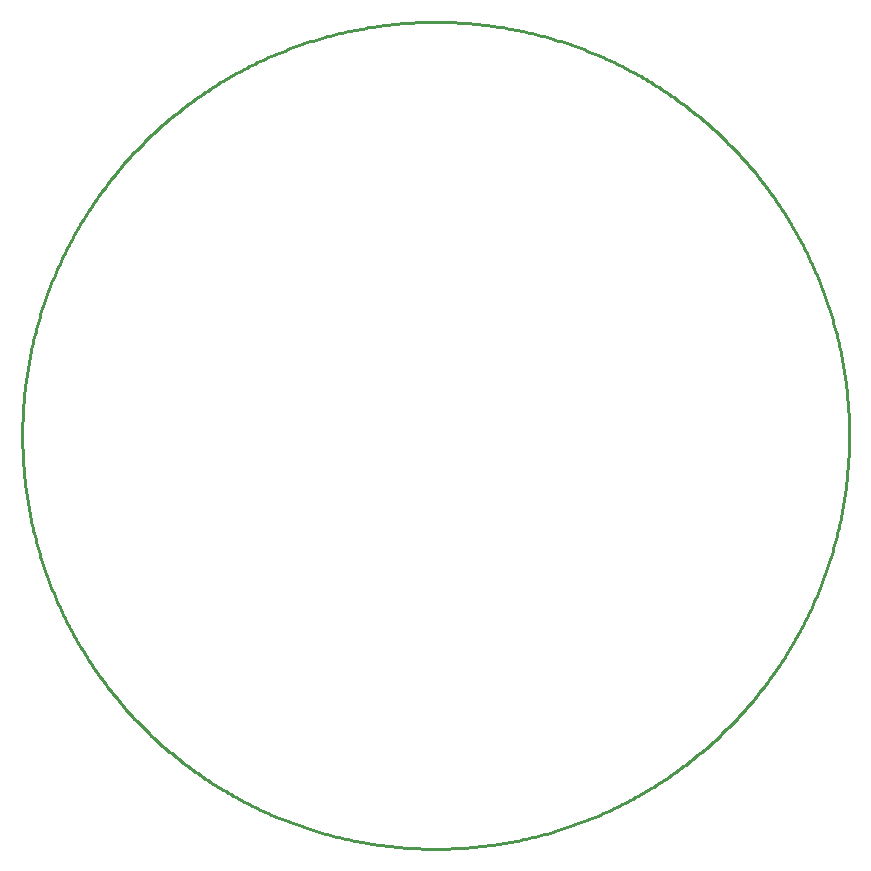
<source format=gm1>
G04*
G04 #@! TF.GenerationSoftware,Altium Limited,Altium Designer,21.6.4 (81)*
G04*
G04 Layer_Color=12040119*
%FSLAX24Y24*%
%MOIN*%
G70*
G04*
G04 #@! TF.SameCoordinates,91C8DFC6-6E0A-4D14-B263-8AF1C318984C*
G04*
G04*
G04 #@! TF.FilePolarity,Positive*
G04*
G01*
G75*
%ADD27C,0.0100*%
G54D27*
X13780Y0D02*
X13779Y100D01*
X13778Y200D01*
X13776Y300D01*
X13774Y400D01*
X13770Y500D01*
X13766Y600D01*
X13762Y700D01*
X13756Y799D01*
X13750Y899D01*
X13743Y999D01*
X13736Y1099D01*
X13727Y1198D01*
X13718Y1298D01*
X13709Y1397D01*
X13698Y1497D01*
X13687Y1596D01*
X13675Y1695D01*
X13662Y1794D01*
X13649Y1894D01*
X13635Y1993D01*
X13620Y2091D01*
X13604Y2190D01*
X13588Y2289D01*
X13571Y2387D01*
X13553Y2486D01*
X13535Y2584D01*
X13516Y2682D01*
X13496Y2780D01*
X13476Y2878D01*
X13454Y2976D01*
X13432Y3073D01*
X13410Y3171D01*
X13386Y3268D01*
X13362Y3365D01*
X13338Y3462D01*
X13312Y3558D01*
X13286Y3655D01*
X13259Y3751D01*
X13232Y3847D01*
X13203Y3943D01*
X13174Y4039D01*
X13145Y4134D01*
X13114Y4230D01*
X13083Y4325D01*
X13052Y4419D01*
X13019Y4514D01*
X12986Y4608D01*
X12952Y4702D01*
X12918Y4796D01*
X12883Y4890D01*
X12847Y4983D01*
X12810Y5076D01*
X12773Y5169D01*
X12735Y5262D01*
X12697Y5354D01*
X12658Y5446D01*
X12618Y5538D01*
X12577Y5629D01*
X12536Y5720D01*
X12494Y5811D01*
X12452Y5901D01*
X12409Y5992D01*
X12365Y6081D01*
X12320Y6171D01*
X12275Y6260D01*
X12230Y6349D01*
X12183Y6438D01*
X12136Y6526D01*
X12089Y6614D01*
X12040Y6701D01*
X11991Y6789D01*
X11942Y6875D01*
X11892Y6962D01*
X11841Y7048D01*
X11789Y7134D01*
X11737Y7219D01*
X11685Y7304D01*
X11631Y7389D01*
X11577Y7473D01*
X11523Y7556D01*
X11468Y7640D01*
X11412Y7723D01*
X11356Y7806D01*
X11299Y7888D01*
X11241Y7969D01*
X11183Y8051D01*
X11124Y8132D01*
X11065Y8212D01*
X11005Y8292D01*
X10945Y8372D01*
X10884Y8451D01*
X10822Y8530D01*
X10760Y8608D01*
X10697Y8686D01*
X10634Y8763D01*
X10570Y8840D01*
X10506Y8917D01*
X10441Y8993D01*
X10375Y9068D01*
X10309Y9143D01*
X10242Y9218D01*
X10175Y9292D01*
X10108Y9365D01*
X10039Y9439D01*
X9971Y9511D01*
X9901Y9583D01*
X9832Y9655D01*
X9761Y9726D01*
X9690Y9796D01*
X9619Y9867D01*
X9547Y9936D01*
X9475Y10005D01*
X9402Y10074D01*
X9329Y10141D01*
X9255Y10209D01*
X9181Y10276D01*
X9106Y10342D01*
X9031Y10408D01*
X8955Y10473D01*
X8879Y10538D01*
X8802Y10602D01*
X8725Y10666D01*
X8647Y10729D01*
X8569Y10791D01*
X8491Y10853D01*
X8412Y10914D01*
X8332Y10975D01*
X8252Y11035D01*
X8172Y11095D01*
X8091Y11154D01*
X8010Y11212D01*
X7929Y11270D01*
X7847Y11327D01*
X7764Y11384D01*
X7681Y11440D01*
X7598Y11495D01*
X7515Y11550D01*
X7431Y11604D01*
X7346Y11658D01*
X7261Y11711D01*
X7176Y11763D01*
X7091Y11815D01*
X7005Y11866D01*
X6919Y11917D01*
X6832Y11967D01*
X6745Y12016D01*
X6658Y12064D01*
X6570Y12112D01*
X6482Y12160D01*
X6393Y12207D01*
X6305Y12253D01*
X6216Y12298D01*
X6126Y12343D01*
X6037Y12387D01*
X5947Y12430D01*
X5856Y12473D01*
X5766Y12515D01*
X5675Y12557D01*
X5583Y12598D01*
X5492Y12638D01*
X5400Y12677D01*
X5308Y12716D01*
X5215Y12754D01*
X5123Y12792D01*
X5030Y12829D01*
X4937Y12865D01*
X4843Y12900D01*
X4749Y12935D01*
X4655Y12969D01*
X4561Y13003D01*
X4467Y13035D01*
X4372Y13068D01*
X4277Y13099D01*
X4182Y13130D01*
X4087Y13160D01*
X3991Y13189D01*
X3895Y13218D01*
X3799Y13245D01*
X3703Y13273D01*
X3607Y13299D01*
X3510Y13325D01*
X3413Y13350D01*
X3316Y13375D01*
X3219Y13398D01*
X3122Y13421D01*
X3024Y13444D01*
X2927Y13465D01*
X2829Y13486D01*
X2731Y13506D01*
X2633Y13526D01*
X2535Y13544D01*
X2437Y13562D01*
X2338Y13580D01*
X2240Y13596D01*
X2141Y13612D01*
X2042Y13627D01*
X1943Y13642D01*
X1844Y13656D01*
X1745Y13669D01*
X1646Y13681D01*
X1546Y13692D01*
X1447Y13703D01*
X1348Y13713D01*
X1248Y13723D01*
X1148Y13732D01*
X1049Y13740D01*
X949Y13747D01*
X849Y13753D01*
X750Y13759D01*
X650Y13764D01*
X550Y13769D01*
X450Y13772D01*
X350Y13775D01*
X250Y13777D01*
X150Y13779D01*
X50Y13779D01*
X-50Y13779D01*
X-150Y13779D01*
X-250Y13777D01*
X-350Y13775D01*
X-450Y13772D01*
X-550Y13769D01*
X-650Y13764D01*
X-749Y13759D01*
X-849Y13753D01*
X-949Y13747D01*
X-1049Y13740D01*
X-1148Y13732D01*
X-1248Y13723D01*
X-1347Y13713D01*
X-1447Y13703D01*
X-1546Y13692D01*
X-1646Y13681D01*
X-1745Y13669D01*
X-1844Y13656D01*
X-1943Y13642D01*
X-2042Y13627D01*
X-2141Y13612D01*
X-2239Y13596D01*
X-2338Y13580D01*
X-2436Y13562D01*
X-2535Y13544D01*
X-2633Y13526D01*
X-2731Y13506D01*
X-2829Y13486D01*
X-2927Y13465D01*
X-3024Y13444D01*
X-3122Y13421D01*
X-3219Y13398D01*
X-3316Y13375D01*
X-3413Y13350D01*
X-3510Y13325D01*
X-3607Y13299D01*
X-3703Y13273D01*
X-3799Y13245D01*
X-3895Y13218D01*
X-3991Y13189D01*
X-4087Y13160D01*
X-4182Y13130D01*
X-4277Y13099D01*
X-4372Y13068D01*
X-4467Y13036D01*
X-4561Y13003D01*
X-4655Y12969D01*
X-4749Y12935D01*
X-4843Y12900D01*
X-4937Y12865D01*
X-5030Y12829D01*
X-5123Y12792D01*
X-5215Y12754D01*
X-5308Y12716D01*
X-5400Y12677D01*
X-5492Y12638D01*
X-5583Y12598D01*
X-5675Y12557D01*
X-5765Y12515D01*
X-5856Y12473D01*
X-5946Y12430D01*
X-6036Y12387D01*
X-6126Y12343D01*
X-6216Y12298D01*
X-6305Y12253D01*
X-6393Y12207D01*
X-6482Y12160D01*
X-6570Y12112D01*
X-6658Y12065D01*
X-6745Y12016D01*
X-6832Y11967D01*
X-6919Y11917D01*
X-7005Y11866D01*
X-7091Y11815D01*
X-7176Y11763D01*
X-7261Y11711D01*
X-7346Y11658D01*
X-7431Y11604D01*
X-7515Y11550D01*
X-7598Y11495D01*
X-7681Y11440D01*
X-7764Y11384D01*
X-7847Y11327D01*
X-7929Y11270D01*
X-8010Y11212D01*
X-8091Y11154D01*
X-8172Y11095D01*
X-8252Y11035D01*
X-8332Y10975D01*
X-8411Y10914D01*
X-8490Y10853D01*
X-8569Y10791D01*
X-8647Y10729D01*
X-8725Y10666D01*
X-8802Y10602D01*
X-8879Y10538D01*
X-8955Y10473D01*
X-9030Y10408D01*
X-9106Y10342D01*
X-9181Y10276D01*
X-9255Y10209D01*
X-9329Y10142D01*
X-9402Y10074D01*
X-9475Y10005D01*
X-9547Y9936D01*
X-9619Y9867D01*
X-9690Y9797D01*
X-9761Y9726D01*
X-9832Y9655D01*
X-9901Y9583D01*
X-9971Y9511D01*
X-10039Y9439D01*
X-10108Y9366D01*
X-10175Y9292D01*
X-10242Y9218D01*
X-10309Y9143D01*
X-10375Y9068D01*
X-10441Y8993D01*
X-10506Y8917D01*
X-10570Y8840D01*
X-10634Y8763D01*
X-10697Y8686D01*
X-10760Y8608D01*
X-10822Y8530D01*
X-10884Y8451D01*
X-10945Y8372D01*
X-11005Y8292D01*
X-11065Y8212D01*
X-11124Y8132D01*
X-11183Y8051D01*
X-11241Y7969D01*
X-11299Y7888D01*
X-11356Y7806D01*
X-11412Y7723D01*
X-11468Y7640D01*
X-11523Y7557D01*
X-11577Y7473D01*
X-11631Y7389D01*
X-11685Y7304D01*
X-11737Y7219D01*
X-11789Y7134D01*
X-11841Y7048D01*
X-11892Y6962D01*
X-11942Y6875D01*
X-11991Y6789D01*
X-12040Y6701D01*
X-12089Y6614D01*
X-12136Y6526D01*
X-12183Y6438D01*
X-12230Y6349D01*
X-12275Y6260D01*
X-12320Y6171D01*
X-12365Y6081D01*
X-12409Y5992D01*
X-12452Y5901D01*
X-12494Y5811D01*
X-12536Y5720D01*
X-12577Y5629D01*
X-12618Y5538D01*
X-12658Y5446D01*
X-12697Y5354D01*
X-12735Y5262D01*
X-12773Y5169D01*
X-12810Y5076D01*
X-12847Y4983D01*
X-12883Y4890D01*
X-12918Y4796D01*
X-12952Y4702D01*
X-12986Y4608D01*
X-13019Y4514D01*
X-13052Y4419D01*
X-13083Y4325D01*
X-13114Y4230D01*
X-13145Y4134D01*
X-13174Y4039D01*
X-13203Y3943D01*
X-13232Y3847D01*
X-13259Y3751D01*
X-13286Y3655D01*
X-13312Y3558D01*
X-13338Y3462D01*
X-13362Y3365D01*
X-13386Y3268D01*
X-13410Y3171D01*
X-13432Y3073D01*
X-13454Y2976D01*
X-13476Y2878D01*
X-13496Y2780D01*
X-13516Y2682D01*
X-13535Y2584D01*
X-13553Y2486D01*
X-13571Y2387D01*
X-13588Y2289D01*
X-13604Y2190D01*
X-13620Y2091D01*
X-13635Y1992D01*
X-13649Y1893D01*
X-13662Y1794D01*
X-13675Y1695D01*
X-13687Y1596D01*
X-13698Y1497D01*
X-13709Y1397D01*
X-13718Y1298D01*
X-13727Y1198D01*
X-13736Y1098D01*
X-13743Y999D01*
X-13750Y899D01*
X-13756Y799D01*
X-13762Y699D01*
X-13766Y600D01*
X-13770Y500D01*
X-13774Y400D01*
X-13776Y300D01*
X-13778Y200D01*
X-13779Y100D01*
X-13780Y-0D01*
X-13779Y-100D01*
X-13778Y-200D01*
X-13776Y-300D01*
X-13774Y-400D01*
X-13770Y-500D01*
X-13766Y-600D01*
X-13762Y-700D01*
X-13756Y-799D01*
X-13750Y-899D01*
X-13743Y-999D01*
X-13736Y-1099D01*
X-13727Y-1198D01*
X-13718Y-1298D01*
X-13708Y-1397D01*
X-13698Y-1497D01*
X-13687Y-1596D01*
X-13675Y-1695D01*
X-13662Y-1795D01*
X-13649Y-1894D01*
X-13635Y-1993D01*
X-13620Y-2092D01*
X-13604Y-2190D01*
X-13588Y-2289D01*
X-13571Y-2387D01*
X-13553Y-2486D01*
X-13535Y-2584D01*
X-13516Y-2682D01*
X-13496Y-2780D01*
X-13476Y-2878D01*
X-13454Y-2976D01*
X-13432Y-3073D01*
X-13410Y-3171D01*
X-13386Y-3268D01*
X-13362Y-3365D01*
X-13338Y-3462D01*
X-13312Y-3559D01*
X-13286Y-3655D01*
X-13259Y-3751D01*
X-13232Y-3847D01*
X-13203Y-3943D01*
X-13174Y-4039D01*
X-13145Y-4134D01*
X-13114Y-4230D01*
X-13083Y-4325D01*
X-13052Y-4420D01*
X-13019Y-4514D01*
X-12986Y-4609D01*
X-12952Y-4703D01*
X-12918Y-4796D01*
X-12883Y-4890D01*
X-12847Y-4983D01*
X-12810Y-5076D01*
X-12773Y-5169D01*
X-12735Y-5262D01*
X-12697Y-5354D01*
X-12658Y-5446D01*
X-12618Y-5538D01*
X-12577Y-5629D01*
X-12536Y-5720D01*
X-12494Y-5811D01*
X-12452Y-5902D01*
X-12409Y-5992D01*
X-12365Y-6082D01*
X-12320Y-6171D01*
X-12275Y-6260D01*
X-12230Y-6349D01*
X-12183Y-6438D01*
X-12136Y-6526D01*
X-12088Y-6614D01*
X-12040Y-6701D01*
X-11991Y-6789D01*
X-11942Y-6876D01*
X-11891Y-6962D01*
X-11841Y-7048D01*
X-11789Y-7134D01*
X-11737Y-7219D01*
X-11684Y-7304D01*
X-11631Y-7389D01*
X-11577Y-7473D01*
X-11523Y-7557D01*
X-11468Y-7640D01*
X-11412Y-7723D01*
X-11355Y-7806D01*
X-11299Y-7888D01*
X-11241Y-7970D01*
X-11183Y-8051D01*
X-11124Y-8132D01*
X-11065Y-8212D01*
X-11005Y-8292D01*
X-10945Y-8372D01*
X-10884Y-8451D01*
X-10822Y-8530D01*
X-10760Y-8608D01*
X-10697Y-8686D01*
X-10634Y-8764D01*
X-10570Y-8840D01*
X-10505Y-8917D01*
X-10440Y-8993D01*
X-10375Y-9068D01*
X-10309Y-9143D01*
X-10242Y-9218D01*
X-10175Y-9292D01*
X-10107Y-9366D01*
X-10039Y-9439D01*
X-9970Y-9511D01*
X-9901Y-9583D01*
X-9831Y-9655D01*
X-9761Y-9726D01*
X-9690Y-9797D01*
X-9619Y-9867D01*
X-9547Y-9936D01*
X-9475Y-10005D01*
X-9402Y-10074D01*
X-9329Y-10142D01*
X-9255Y-10209D01*
X-9180Y-10276D01*
X-9106Y-10342D01*
X-9030Y-10408D01*
X-8955Y-10473D01*
X-8878Y-10538D01*
X-8802Y-10602D01*
X-8725Y-10666D01*
X-8647Y-10729D01*
X-8569Y-10791D01*
X-8490Y-10853D01*
X-8411Y-10914D01*
X-8332Y-10975D01*
X-8252Y-11035D01*
X-8172Y-11095D01*
X-8091Y-11154D01*
X-8010Y-11212D01*
X-7928Y-11270D01*
X-7846Y-11327D01*
X-7764Y-11384D01*
X-7681Y-11440D01*
X-7598Y-11495D01*
X-7514Y-11550D01*
X-7430Y-11605D01*
X-7346Y-11658D01*
X-7261Y-11711D01*
X-7176Y-11763D01*
X-7091Y-11815D01*
X-7005Y-11866D01*
X-6918Y-11917D01*
X-6832Y-11967D01*
X-6745Y-12016D01*
X-6657Y-12065D01*
X-6570Y-12113D01*
X-6482Y-12160D01*
X-6393Y-12207D01*
X-6304Y-12253D01*
X-6215Y-12298D01*
X-6126Y-12343D01*
X-6036Y-12387D01*
X-5946Y-12431D01*
X-5856Y-12473D01*
X-5765Y-12515D01*
X-5674Y-12557D01*
X-5583Y-12598D01*
X-5491Y-12638D01*
X-5400Y-12678D01*
X-5308Y-12716D01*
X-5215Y-12755D01*
X-5122Y-12792D01*
X-5029Y-12829D01*
X-4936Y-12865D01*
X-4843Y-12901D01*
X-4749Y-12935D01*
X-4655Y-12969D01*
X-4561Y-13003D01*
X-4466Y-13036D01*
X-4372Y-13068D01*
X-4277Y-13099D01*
X-4182Y-13130D01*
X-4086Y-13160D01*
X-3991Y-13189D01*
X-3895Y-13218D01*
X-3799Y-13246D01*
X-3703Y-13273D01*
X-3606Y-13299D01*
X-3510Y-13325D01*
X-3413Y-13350D01*
X-3316Y-13375D01*
X-3219Y-13398D01*
X-3122Y-13421D01*
X-3024Y-13444D01*
X-2926Y-13465D01*
X-2829Y-13486D01*
X-2731Y-13506D01*
X-2633Y-13526D01*
X-2535Y-13544D01*
X-2436Y-13562D01*
X-2338Y-13580D01*
X-2239Y-13596D01*
X-2140Y-13612D01*
X-2042Y-13627D01*
X-1943Y-13642D01*
X-1844Y-13656D01*
X-1744Y-13669D01*
X-1645Y-13681D01*
X-1546Y-13693D01*
X-1447Y-13703D01*
X-1347Y-13714D01*
X-1248Y-13723D01*
X-1148Y-13732D01*
X-1048Y-13740D01*
X-949Y-13747D01*
X-849Y-13753D01*
X-749Y-13759D01*
X-649Y-13764D01*
X-549Y-13769D01*
X-449Y-13772D01*
X-349Y-13775D01*
X-250Y-13777D01*
X-150Y-13779D01*
X-50Y-13779D01*
X50Y-13779D01*
X150Y-13779D01*
X250Y-13777D01*
X350Y-13775D01*
X450Y-13772D01*
X550Y-13769D01*
X650Y-13764D01*
X750Y-13759D01*
X850Y-13753D01*
X949Y-13747D01*
X1049Y-13740D01*
X1149Y-13732D01*
X1248Y-13723D01*
X1348Y-13713D01*
X1447Y-13703D01*
X1547Y-13692D01*
X1646Y-13681D01*
X1745Y-13669D01*
X1844Y-13656D01*
X1943Y-13642D01*
X2042Y-13627D01*
X2141Y-13612D01*
X2240Y-13596D01*
X2339Y-13580D01*
X2437Y-13562D01*
X2535Y-13544D01*
X2634Y-13526D01*
X2732Y-13506D01*
X2830Y-13486D01*
X2927Y-13465D01*
X3025Y-13443D01*
X3122Y-13421D01*
X3220Y-13398D01*
X3317Y-13374D01*
X3414Y-13350D01*
X3510Y-13325D01*
X3607Y-13299D01*
X3703Y-13273D01*
X3800Y-13245D01*
X3896Y-13217D01*
X3991Y-13189D01*
X4087Y-13159D01*
X4182Y-13129D01*
X4278Y-13099D01*
X4372Y-13067D01*
X4467Y-13035D01*
X4562Y-13003D01*
X4656Y-12969D01*
X4750Y-12935D01*
X4844Y-12900D01*
X4937Y-12865D01*
X5030Y-12829D01*
X5123Y-12792D01*
X5216Y-12754D01*
X5308Y-12716D01*
X5400Y-12677D01*
X5492Y-12638D01*
X5584Y-12598D01*
X5675Y-12557D01*
X5766Y-12515D01*
X5857Y-12473D01*
X5947Y-12430D01*
X6037Y-12387D01*
X6127Y-12343D01*
X6216Y-12298D01*
X6305Y-12252D01*
X6394Y-12206D01*
X6482Y-12160D01*
X6570Y-12112D01*
X6658Y-12064D01*
X6745Y-12016D01*
X6832Y-11966D01*
X6919Y-11916D01*
X7005Y-11866D01*
X7091Y-11815D01*
X7177Y-11763D01*
X7262Y-11711D01*
X7347Y-11658D01*
X7431Y-11604D01*
X7515Y-11550D01*
X7599Y-11495D01*
X7682Y-11440D01*
X7765Y-11384D01*
X7847Y-11327D01*
X7929Y-11270D01*
X8011Y-11212D01*
X8092Y-11153D01*
X8172Y-11094D01*
X8253Y-11035D01*
X8333Y-10975D01*
X8412Y-10914D01*
X8491Y-10853D01*
X8569Y-10791D01*
X8648Y-10728D01*
X8725Y-10665D01*
X8802Y-10602D01*
X8879Y-10538D01*
X8955Y-10473D01*
X9031Y-10408D01*
X9106Y-10342D01*
X9181Y-10275D01*
X9255Y-10209D01*
X9329Y-10141D01*
X9402Y-10073D01*
X9475Y-10005D01*
X9548Y-9936D01*
X9620Y-9866D01*
X9691Y-9796D01*
X9762Y-9726D01*
X9832Y-9654D01*
X9902Y-9583D01*
X9971Y-9511D01*
X10040Y-9438D01*
X10108Y-9365D01*
X10176Y-9291D01*
X10243Y-9217D01*
X10309Y-9143D01*
X10375Y-9068D01*
X10441Y-8992D01*
X10506Y-8916D01*
X10570Y-8840D01*
X10634Y-8763D01*
X10698Y-8686D01*
X10760Y-8608D01*
X10822Y-8529D01*
X10884Y-8451D01*
X10945Y-8371D01*
X11006Y-8292D01*
X11065Y-8212D01*
X11125Y-8131D01*
X11183Y-8050D01*
X11241Y-7969D01*
X11299Y-7887D01*
X11356Y-7805D01*
X11412Y-7722D01*
X11468Y-7639D01*
X11523Y-7556D01*
X11578Y-7472D01*
X11632Y-7388D01*
X11685Y-7303D01*
X11738Y-7218D01*
X11790Y-7133D01*
X11841Y-7047D01*
X11892Y-6961D01*
X11942Y-6875D01*
X11992Y-6788D01*
X12041Y-6701D01*
X12089Y-6613D01*
X12137Y-6525D01*
X12184Y-6437D01*
X12230Y-6349D01*
X12276Y-6260D01*
X12321Y-6170D01*
X12365Y-6081D01*
X12409Y-5991D01*
X12452Y-5901D01*
X12495Y-5810D01*
X12536Y-5720D01*
X12578Y-5628D01*
X12618Y-5537D01*
X12658Y-5445D01*
X12697Y-5353D01*
X12736Y-5261D01*
X12773Y-5169D01*
X12811Y-5076D01*
X12847Y-4983D01*
X12883Y-4889D01*
X12918Y-4796D01*
X12953Y-4702D01*
X12986Y-4608D01*
X13019Y-4513D01*
X13052Y-4419D01*
X13084Y-4324D01*
X13115Y-4229D01*
X13145Y-4134D01*
X13175Y-4038D01*
X13203Y-3943D01*
X13232Y-3847D01*
X13259Y-3751D01*
X13286Y-3654D01*
X13312Y-3558D01*
X13338Y-3461D01*
X13363Y-3364D01*
X13387Y-3267D01*
X13410Y-3170D01*
X13433Y-3073D01*
X13455Y-2975D01*
X13476Y-2877D01*
X13496Y-2779D01*
X13516Y-2681D01*
X13535Y-2583D01*
X13554Y-2485D01*
X13571Y-2387D01*
X13588Y-2288D01*
X13604Y-2189D01*
X13620Y-2091D01*
X13635Y-1992D01*
X13649Y-1893D01*
X13662Y-1794D01*
X13675Y-1695D01*
X13687Y-1595D01*
X13698Y-1496D01*
X13709Y-1397D01*
X13718Y-1297D01*
X13727Y-1197D01*
X13736Y-1098D01*
X13743Y-998D01*
X13750Y-898D01*
X13756Y-799D01*
X13762Y-699D01*
X13767Y-599D01*
X13770Y-499D01*
X13774Y-399D01*
X13776Y-299D01*
X13778Y-199D01*
X13779Y-99D01*
X13780Y0D01*
M02*

</source>
